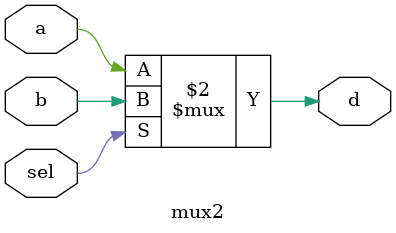
<source format=v>
module mux2(a,b,sel,d);//mux2
	input a,b,sel;//inputs and selection
	output d;//output
	
	assign d = (sel==0)? a : b;//conditional operator
	
endmodule//endmodule


</source>
